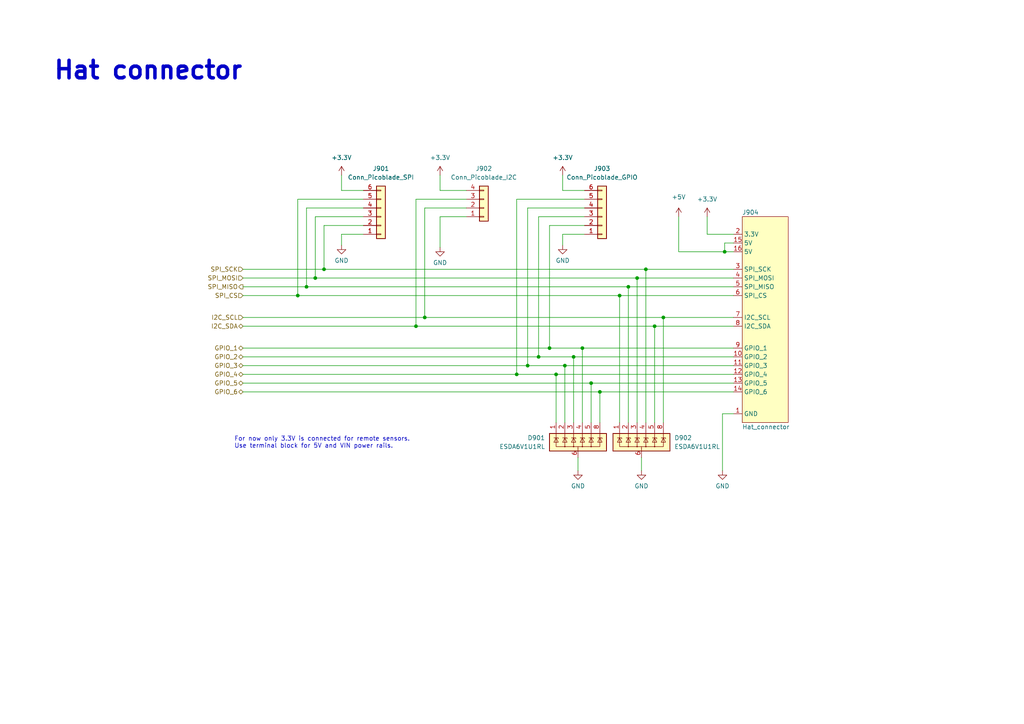
<source format=kicad_sch>
(kicad_sch (version 20211123) (generator eeschema)
  (paper "A4")
  (title_block (title "Hat Connector") (company "EPFL Xplore") (comment 2 "Author: Vincent Nguyen"))
  (lib_symbols
    (symbol "0_connectors:Hat_connector"
      (property "Reference" "J" (at -6.35 -26.035 0))
      (property "Value" "Hat_connector" (at -6.985 36.195 0))
      (symbol "Hat_connector_0_0"
        (pin power_in line (at -9.525 -22.225 0) (length 2.54) (name "GND") (number "1"))
        (pin bidirectional line (at -9.525 -5.715 0) (length 2.54) (name "GPIO_2") (number "10"))
        (pin bidirectional line (at -9.525 -8.255 0) (length 2.54) (name "GPIO_3") (number "11"))
        (pin bidirectional line (at -9.525 -10.795 0) (length 2.54) (name "GPIO_4") (number "12"))
        (pin bidirectional line (at -9.525 -13.335 0) (length 2.54) (name "GPIO_5") (number "13"))
        (pin bidirectional line (at -9.525 -15.875 0) (length 2.54) (name "GPIO_6") (number "14"))
        (pin power_in line (at -9.525 27.305 0) (length 2.54) (name "5V") (number "15"))
        (pin power_in line (at -9.525 24.765 0) (length 2.54) (name "5V") (number "16"))
        (pin power_in line (at -9.525 29.845 0) (length 2.54) (name "3.3V") (number "2"))
        (pin output line (at -9.525 19.685 0) (length 2.54) (name "SPI_SCK") (number "3"))
        (pin output line (at -9.525 17.145 0) (length 2.54) (name "SPI_MOSI") (number "4"))
        (pin input line (at -9.525 14.605 0) (length 2.54) (name "SPI_MISO") (number "5"))
        (pin output line (at -9.525 12.065 0) (length 2.54) (name "SPI_CS") (number "6"))
        (pin output line (at -9.525 5.715 0) (length 2.54) (name "I2C_SCL") (number "7"))
        (pin bidirectional line (at -9.525 3.175 0) (length 2.54) (name "I2C_SDA") (number "8"))
        (pin bidirectional line (at -9.525 -3.175 0) (length 2.54) (name "GPIO_1") (number "9"))
      )
      (symbol "Hat_connector_0_1"
        (rectangle (start -6.985 34.925) (end 6.35 -24.765) (fill (type background)))
      )
    )
    (symbol "0_power_protection:ESDA6V1U1RL" (pin_names hide)
      (property "Reference" "D" (at 12.065 9.525 0))
      (property "Value" "ESDA6V1U1RL" (at 17.78 11.43 0))
      (symbol "ESDA6V1U1RL_0_0"
        (pin passive line (at 0 -5.08 90) (length 2.54) (name "GND") (number "6"))
        (pin passive line (at 0 -5.08 90) (length 2.54) hide (name "GND") (number "7"))
      )
      (symbol "ESDA6V1U1RL_0_1"
        (rectangle (start -8.255 1.905) (end 8.255 -3.175) (stroke (width 0.254)) (fill (type background)))
        (circle (center -3.81 -1.905) (radius 0.127))
        (circle (center -1.27 -1.905) (radius 0.127))
        (polyline (pts (xy -3.81 2.54) (xy -3.81 -1.905)))
        (polyline (pts (xy -1.27 2.54) (xy -1.27 -1.905)))
        (polyline (pts (xy 0 -1.905) (xy 0 -2.54)))
        (polyline (pts (xy 1.27 2.54) (xy 1.27 -1.905)))
        (polyline (pts (xy 3.81 2.54) (xy 3.81 -1.905)))
        (polyline (pts (xy -6.985 0.635) (xy -5.715 0.635) (xy -5.715 0.381)))
        (polyline (pts (xy -4.445 0.635) (xy -3.175 0.635) (xy -3.175 0.381)))
        (polyline (pts (xy -1.905 0.635) (xy -0.635 0.635) (xy -0.635 0.381)))
        (polyline (pts (xy 0.635 0.635) (xy 1.905 0.635) (xy 1.905 0.381)))
        (polyline (pts (xy 3.175 0.635) (xy 4.445 0.635) (xy 4.445 0.381)))
        (polyline (pts (xy 5.715 0.635) (xy 6.985 0.635) (xy 6.985 0.381)))
        (polyline (pts (xy -6.985 -0.635) (xy -5.715 -0.635) (xy -6.35 0.635) (xy -6.985 -0.635)))
        (polyline (pts (xy -6.35 2.54) (xy -6.35 -1.905) (xy 6.35 -1.905) (xy 6.35 2.54)))
        (polyline (pts (xy -4.445 -0.635) (xy -3.175 -0.635) (xy -3.81 0.635) (xy -4.445 -0.635)))
        (polyline (pts (xy -1.905 -0.635) (xy -0.635 -0.635) (xy -1.27 0.635) (xy -1.905 -0.635)))
        (polyline (pts (xy 0.635 -0.635) (xy 1.905 -0.635) (xy 1.27 0.635) (xy 0.635 -0.635)))
        (polyline (pts (xy 3.175 -0.635) (xy 4.445 -0.635) (xy 3.81 0.635) (xy 3.175 -0.635)))
        (polyline (pts (xy 5.715 -0.635) (xy 6.985 -0.635) (xy 6.35 0.635) (xy 5.715 -0.635)))
        (circle (center 1.27 -1.905) (radius 0.127))
        (circle (center 3.81 -1.905) (radius 0.127))
      )
      (symbol "ESDA6V1U1RL_1_1"
        (pin passive line (at -6.35 5.08 270) (length 2.54) (name "IO1") (number "1"))
        (pin passive line (at -3.81 5.08 270) (length 2.54) (name "IO2") (number "2"))
        (pin passive line (at -1.27 5.08 270) (length 2.54) (name "IO3") (number "3"))
        (pin passive line (at 1.27 5.08 270) (length 2.54) (name "IO4") (number "4"))
        (pin passive line (at 3.81 5.08 270) (length 2.54) (name "IO5") (number "5"))
        (pin passive line (at 6.35 5.08 270) (length 2.54) (name "IO6") (number "8"))
      )
    )
    (symbol "Connector_Generic:Conn_01x04" (pin_names (offset 1.016) hide)
      (property "Reference" "J" (at 0 5.08 0))
      (property "Value" "Conn_01x04" (at 0 -7.62 0))
      (symbol "Conn_01x04_1_1"
        (rectangle (start -1.27 -4.953) (end 0 -5.207) (stroke (width 0.1524)))
        (rectangle (start -1.27 -2.413) (end 0 -2.667) (stroke (width 0.1524)))
        (rectangle (start -1.27 0.127) (end 0 -0.127) (stroke (width 0.1524)))
        (rectangle (start -1.27 2.667) (end 0 2.413) (stroke (width 0.1524)))
        (rectangle (start -1.27 3.81) (end 1.27 -6.35) (stroke (width 0.254)) (fill (type background)))
        (pin passive line (at -5.08 2.54 0) (length 3.81) (name "Pin_1") (number "1"))
        (pin passive line (at -5.08 0 0) (length 3.81) (name "Pin_2") (number "2"))
        (pin passive line (at -5.08 -2.54 0) (length 3.81) (name "Pin_3") (number "3"))
        (pin passive line (at -5.08 -5.08 0) (length 3.81) (name "Pin_4") (number "4"))
      )
    )
    (symbol "Connector_Generic:Conn_01x06" (pin_names (offset 1.016) hide)
      (property "Reference" "J" (at 0 7.62 0))
      (property "Value" "Conn_01x06" (at 0 -10.16 0))
      (symbol "Conn_01x06_1_1"
        (rectangle (start -1.27 -7.493) (end 0 -7.747) (stroke (width 0.1524)))
        (rectangle (start -1.27 -4.953) (end 0 -5.207) (stroke (width 0.1524)))
        (rectangle (start -1.27 -2.413) (end 0 -2.667) (stroke (width 0.1524)))
        (rectangle (start -1.27 0.127) (end 0 -0.127) (stroke (width 0.1524)))
        (rectangle (start -1.27 2.667) (end 0 2.413) (stroke (width 0.1524)))
        (rectangle (start -1.27 5.207) (end 0 4.953) (stroke (width 0.1524)))
        (rectangle (start -1.27 6.35) (end 1.27 -8.89) (stroke (width 0.254)) (fill (type background)))
        (pin passive line (at -5.08 5.08 0) (length 3.81) (name "Pin_1") (number "1"))
        (pin passive line (at -5.08 2.54 0) (length 3.81) (name "Pin_2") (number "2"))
        (pin passive line (at -5.08 0 0) (length 3.81) (name "Pin_3") (number "3"))
        (pin passive line (at -5.08 -2.54 0) (length 3.81) (name "Pin_4") (number "4"))
        (pin passive line (at -5.08 -5.08 0) (length 3.81) (name "Pin_5") (number "5"))
        (pin passive line (at -5.08 -7.62 0) (length 3.81) (name "Pin_6") (number "6"))
      )
    )
    (symbol "power:+3.3V" (power) (pin_names (offset 0))
      (property "Value" "+3.3V" (at 0 3.556 0))
      (symbol "+3.3V_0_1"
        (polyline (pts (xy -0.762 1.27) (xy 0 2.54)))
        (polyline (pts (xy 0 0) (xy 0 2.54)))
        (polyline (pts (xy 0 2.54) (xy 0.762 1.27)))
      )
      (symbol "+3.3V_1_1"
        (pin power_in line (at 0 0 90) (length 0) hide (name "+3.3V") (number "1"))
      )
    )
    (symbol "power:+5V" (power) (pin_names (offset 0))
      (property "Value" "+5V" (at 0 3.556 0))
      (symbol "+5V_0_1"
        (polyline (pts (xy -0.762 1.27) (xy 0 2.54)))
        (polyline (pts (xy 0 0) (xy 0 2.54)))
        (polyline (pts (xy 0 2.54) (xy 0.762 1.27)))
      )
      (symbol "+5V_1_1"
        (pin power_in line (at 0 0 90) (length 0) hide (name "+5V") (number "1"))
      )
    )
    (symbol "power:GND" (power) (pin_names (offset 0))
      (property "Value" "GND" (at 0 -3.81 0))
      (symbol "GND_0_1"
        (polyline (pts (xy 0 0) (xy 0 -1.27) (xy 1.27 -1.27) (xy 0 -2.54) (xy -1.27 -1.27) (xy 0 -1.27)))
      )
      (symbol "GND_1_1"
        (pin power_in line (at 0 0 270) (length 0) hide (name "GND") (number "1"))
      )
    )
  )
  (junction (at 161.29 108.585))
  (junction (at 210.185 73.025))
  (junction (at 120.65 94.615))
  (junction (at 86.36 85.725))
  (junction (at 192.405 92.075))
  (junction (at 182.245 83.185))
  (junction (at 171.45 111.125))
  (junction (at 153.035 106.045))
  (junction (at 88.9 83.185))
  (junction (at 168.91 100.965))
  (junction (at 166.37 103.505))
  (junction (at 91.44 80.645))
  (junction (at 163.83 106.045))
  (junction (at 187.325 78.105))
  (junction (at 179.705 85.725))
  (junction (at 184.785 80.645))
  (junction (at 123.19 92.075))
  (junction (at 149.86 108.585))
  (junction (at 189.865 94.615))
  (junction (at 173.99 113.665))
  (junction (at 93.98 78.105))
  (junction (at 156.21 103.505))
  (junction (at 159.385 100.965))
  (wire (pts (xy 149.86 57.785) (xy 149.86 108.585)))
  (wire (pts (xy 70.485 94.615) (xy 120.65 94.615)))
  (wire (pts (xy 93.98 65.405) (xy 93.98 78.105)))
  (wire (pts (xy 70.485 106.045) (xy 153.035 106.045)))
  (wire (pts (xy 127.635 71.755) (xy 127.635 62.865)))
  (wire (pts (xy 171.45 111.125) (xy 171.45 122.555)))
  (wire (pts (xy 163.195 50.8) (xy 163.195 55.245)))
  (wire (pts (xy 86.36 85.725) (xy 179.705 85.725)))
  (wire (pts (xy 93.98 78.105) (xy 187.325 78.105)))
  (wire (pts (xy 70.485 103.505) (xy 156.21 103.505)))
  (wire (pts (xy 192.405 92.075) (xy 192.405 122.555)))
  (wire (pts (xy 212.725 73.025) (xy 210.185 73.025)))
  (wire (pts (xy 209.55 120.015) (xy 212.725 120.015)))
  (wire (pts (xy 99.06 50.8) (xy 99.06 55.245)))
  (wire (pts (xy 173.99 113.665) (xy 173.99 122.555)))
  (wire (pts (xy 70.485 85.725) (xy 86.36 85.725)))
  (wire (pts (xy 169.545 62.865) (xy 156.21 62.865)))
  (wire (pts (xy 182.245 83.185) (xy 182.245 122.555)))
  (wire (pts (xy 163.195 71.12) (xy 163.195 67.945)))
  (wire (pts (xy 91.44 62.865) (xy 91.44 80.645)))
  (wire (pts (xy 205.105 67.945) (xy 212.725 67.945)))
  (wire (pts (xy 70.485 78.105) (xy 93.98 78.105)))
  (wire (pts (xy 156.21 62.865) (xy 156.21 103.505)))
  (wire (pts (xy 173.99 113.665) (xy 212.725 113.665)))
  (wire (pts (xy 120.65 94.615) (xy 189.865 94.615)))
  (wire (pts (xy 210.185 70.485) (xy 212.725 70.485)))
  (wire (pts (xy 179.705 85.725) (xy 179.705 122.555)))
  (wire (pts (xy 166.37 103.505) (xy 166.37 122.555)))
  (wire (pts (xy 210.185 73.025) (xy 210.185 70.485)))
  (wire (pts (xy 167.64 132.715) (xy 167.64 136.525)))
  (wire (pts (xy 184.785 80.645) (xy 184.785 122.555)))
  (wire (pts (xy 70.485 80.645) (xy 91.44 80.645)))
  (wire (pts (xy 192.405 92.075) (xy 212.725 92.075)))
  (wire (pts (xy 209.55 136.525) (xy 209.55 120.015)))
  (wire (pts (xy 163.195 55.245) (xy 169.545 55.245)))
  (wire (pts (xy 153.035 60.325) (xy 153.035 106.045)))
  (wire (pts (xy 88.9 60.325) (xy 88.9 83.185)))
  (wire (pts (xy 189.865 94.615) (xy 212.725 94.615)))
  (wire (pts (xy 70.485 113.665) (xy 173.99 113.665)))
  (wire (pts (xy 70.485 100.965) (xy 159.385 100.965)))
  (wire (pts (xy 196.85 73.025) (xy 210.185 73.025)))
  (wire (pts (xy 182.245 83.185) (xy 212.725 83.185)))
  (wire (pts (xy 70.485 108.585) (xy 149.86 108.585)))
  (wire (pts (xy 70.485 92.075) (xy 123.19 92.075)))
  (wire (pts (xy 149.86 108.585) (xy 161.29 108.585)))
  (wire (pts (xy 123.19 92.075) (xy 192.405 92.075)))
  (wire (pts (xy 105.41 57.785) (xy 86.36 57.785)))
  (wire (pts (xy 184.785 80.645) (xy 212.725 80.645)))
  (wire (pts (xy 161.29 108.585) (xy 161.29 122.555)))
  (wire (pts (xy 105.41 60.325) (xy 88.9 60.325)))
  (wire (pts (xy 153.035 106.045) (xy 163.83 106.045)))
  (wire (pts (xy 120.65 57.785) (xy 120.65 94.615)))
  (wire (pts (xy 105.41 65.405) (xy 93.98 65.405)))
  (wire (pts (xy 196.85 62.865) (xy 196.85 73.025)))
  (wire (pts (xy 163.83 106.045) (xy 212.725 106.045)))
  (wire (pts (xy 161.29 108.585) (xy 212.725 108.585)))
  (wire (pts (xy 163.195 67.945) (xy 169.545 67.945)))
  (wire (pts (xy 135.255 57.785) (xy 120.65 57.785)))
  (wire (pts (xy 169.545 57.785) (xy 149.86 57.785)))
  (wire (pts (xy 187.325 78.105) (xy 212.725 78.105)))
  (wire (pts (xy 99.06 55.245) (xy 105.41 55.245)))
  (wire (pts (xy 135.255 60.325) (xy 123.19 60.325)))
  (wire (pts (xy 86.36 57.785) (xy 86.36 85.725)))
  (wire (pts (xy 70.485 111.125) (xy 171.45 111.125)))
  (wire (pts (xy 186.055 132.715) (xy 186.055 136.525)))
  (wire (pts (xy 179.705 85.725) (xy 212.725 85.725)))
  (wire (pts (xy 105.41 62.865) (xy 91.44 62.865)))
  (wire (pts (xy 91.44 80.645) (xy 184.785 80.645)))
  (wire (pts (xy 168.91 100.965) (xy 212.725 100.965)))
  (wire (pts (xy 169.545 60.325) (xy 153.035 60.325)))
  (wire (pts (xy 70.485 83.185) (xy 88.9 83.185)))
  (wire (pts (xy 163.83 106.045) (xy 163.83 122.555)))
  (wire (pts (xy 169.545 65.405) (xy 159.385 65.405)))
  (wire (pts (xy 88.9 83.185) (xy 182.245 83.185)))
  (wire (pts (xy 159.385 100.965) (xy 168.91 100.965)))
  (wire (pts (xy 159.385 65.405) (xy 159.385 100.965)))
  (wire (pts (xy 127.635 62.865) (xy 135.255 62.865)))
  (wire (pts (xy 205.105 62.865) (xy 205.105 67.945)))
  (wire (pts (xy 156.21 103.505) (xy 166.37 103.505)))
  (wire (pts (xy 123.19 60.325) (xy 123.19 92.075)))
  (wire (pts (xy 127.635 50.8) (xy 127.635 55.245)))
  (wire (pts (xy 171.45 111.125) (xy 212.725 111.125)))
  (wire (pts (xy 187.325 78.105) (xy 187.325 122.555)))
  (wire (pts (xy 166.37 103.505) (xy 212.725 103.505)))
  (wire (pts (xy 189.865 94.615) (xy 189.865 122.555)))
  (wire (pts (xy 99.06 67.945) (xy 105.41 67.945)))
  (wire (pts (xy 168.91 100.965) (xy 168.91 122.555)))
  (wire (pts (xy 127.635 55.245) (xy 135.255 55.245)))
  (wire (pts (xy 99.06 71.12) (xy 99.06 67.945)))
  (text "Hat connector" (at 15.24 23.495 0) (effects (font (size 5.08 5.08) bold) (justify left bottom)))
  (text "For now only 3.3V is connected for remote sensors.\nUse terminal block for 5V and VIN power rails." (at 67.945 130.175 0) (effects (font (size 1.27 1.27)) (justify left bottom)))
  (hierarchical_label "SPI_SCK" (shape input) (at 70.485 78.105 180))
  (hierarchical_label "GPIO_6" (shape bidirectional) (at 70.485 113.665 180))
  (hierarchical_label "GPIO_5" (shape bidirectional) (at 70.485 111.125 180))
  (hierarchical_label "SPI_MOSI" (shape input) (at 70.485 80.645 180))
  (hierarchical_label "I2C_SCL" (shape input) (at 70.485 92.075 180))
  (hierarchical_label "GPIO_4" (shape bidirectional) (at 70.485 108.585 180))
  (hierarchical_label "GPIO_2" (shape bidirectional) (at 70.485 103.505 180))
  (hierarchical_label "I2C_SDA" (shape bidirectional) (at 70.485 94.615 180))
  (hierarchical_label "GPIO_1" (shape bidirectional) (at 70.485 100.965 180))
  (hierarchical_label "SPI_CS" (shape input) (at 70.485 85.725 180))
  (hierarchical_label "SPI_MISO" (shape output) (at 70.485 83.185 180))
  (hierarchical_label "GPIO_3" (shape bidirectional) (at 70.485 106.045 180))
  (symbol (lib_id "power:GND") (at 127.635 71.755 0) (unit 1)
    (property "Reference" "#PWR0904" (effects hide))
    (property "Value" "GND" (at 127.635 76.2 0))
  )
  (symbol (lib_id "0_connectors:Hat_connector") (at 222.25 97.79 0) (unit 1)
    (property "Reference" "J904" (at 215.265 61.595 0) (effects (justify left)))
    (property "Value" "Hat_connector" (at 215.265 123.825 0) (effects (justify left)))
    (property "Footprint" "0_connectors:Hat_connector" (effects hide))
  )
  (symbol (lib_id "0_power_protection:ESDA6V1U1RL") (at 167.64 127.635 0) (unit 1)
    (property "Reference" "D901" (at 158.115 127 0) (effects (justify right)))
    (property "Value" "ESDA6V1U1RL" (at 158.115 129.54 0) (effects (justify right)))
    (property "Footprint" "Package_SO:SOIC-8_3.9x4.9mm_P1.27mm" (effects hide))
    (property "Datasheet" "https://www.st.com/content/ccc/resource/technical/document/datasheet/80/9f/66/3a/18/37/40/81/CD00000840.pdf/files/CD00000840.pdf/jcr:content/translations/en.CD00000840.pdf" (effects hide))
    (property "Manufacturer ref" "ESDALC6V1W5" (effects hide))
    (property "Digikey ref" "497-7231-1-ND" (effects hide))
  )
  (symbol (lib_id "power:+3.3V") (at 127.635 50.8 0) (unit 1)
    (property "Reference" "#PWR0903" (effects hide))
    (property "Value" "+3.3V" (at 127.635 45.72 0))
  )
  (symbol (lib_id "Connector_Generic:Conn_01x06") (at 110.49 62.865 0) (mirror x) (unit 1)
    (property "Reference" "J901" (at 110.49 48.895 0))
    (property "Value" "Conn_Picoblade_SPI" (at 110.49 51.435 0))
    (property "Footprint" "0_connectors:Molex_PicoBlade_53047-0610_1x06_P1.25mm_Vertical" (effects hide))
    (property "Datasheet" "https://www.molex.com/pdm_docs/sd/530470610_sd.pdf" (effects hide))
    (property "Manufacturer ref" "0530470610" (effects hide))
    (property "Digikey ref" "WM1735-ND" (effects hide))
  )
  (symbol (lib_id "power:GND") (at 209.55 136.525 0) (unit 1)
    (property "Reference" "#PWR0912" (effects hide))
    (property "Value" "GND" (at 209.55 140.97 0))
  )
  (symbol (lib_id "0_power_protection:ESDA6V1U1RL") (at 186.055 127.635 0) (unit 1)
    (property "Reference" "D902" (at 195.58 127 0) (effects (justify left)))
    (property "Value" "ESDA6V1U1RL" (at 195.58 129.54 0) (effects (justify left)))
    (property "Footprint" "Package_SO:SOIC-8_3.9x4.9mm_P1.27mm" (effects hide))
    (property "Datasheet" "https://www.st.com/content/ccc/resource/technical/document/datasheet/80/9f/66/3a/18/37/40/81/CD00000840.pdf/files/CD00000840.pdf/jcr:content/translations/en.CD00000840.pdf" (effects hide))
    (property "Manufacturer ref" "ESDALC6V1W5" (effects hide))
    (property "Digikey ref" "497-7231-1-ND" (effects hide))
  )
  (symbol (lib_id "power:GND") (at 99.06 71.12 0) (unit 1)
    (property "Reference" "#PWR0902" (effects hide))
    (property "Value" "GND" (at 99.06 75.565 0))
  )
  (symbol (lib_id "Connector_Generic:Conn_01x04") (at 140.335 60.325 0) (mirror x) (unit 1)
    (property "Reference" "J902" (at 140.335 48.895 0))
    (property "Value" "Conn_Picoblade_I2C" (at 140.335 51.435 0))
    (property "Footprint" "0_connectors:Molex_PicoBlade_53047-0410_1x04_P1.25mm_Vertical" (effects hide))
    (property "Datasheet" "https://www.molex.com/pdm_docs/sd/530470410_sd.pdf" (effects hide))
    (property "Manufacturer ref" "0530470410" (effects hide))
    (property "Digikey ref" "WM1733-ND" (effects hide))
  )
  (symbol (lib_id "power:+3.3V") (at 99.06 50.8 0) (unit 1)
    (property "Reference" "#PWR0901" (effects hide))
    (property "Value" "+3.3V" (at 99.06 45.72 0))
  )
  (symbol (lib_id "power:+5V") (at 196.85 62.865 0) (unit 1)
    (property "Reference" "#PWR0910" (effects hide))
    (property "Value" "+5V" (at 196.85 57.15 0))
  )
  (symbol (lib_id "power:GND") (at 167.64 136.525 0) (unit 1)
    (property "Reference" "#PWR0907" (effects hide))
    (property "Value" "GND" (at 167.64 140.97 0))
  )
  (symbol (lib_id "Connector_Generic:Conn_01x06") (at 174.625 62.865 0) (mirror x) (unit 1)
    (property "Reference" "J903" (at 174.625 48.895 0))
    (property "Value" "Conn_Picoblade_GPIO" (at 174.625 51.435 0))
    (property "Footprint" "0_connectors:Molex_PicoBlade_53047-0610_1x06_P1.25mm_Vertical" (effects hide))
    (property "Datasheet" "https://www.molex.com/pdm_docs/sd/530470610_sd.pdf" (effects hide))
    (property "Manufacturer ref" "0530470610" (effects hide))
    (property "Digikey ref" "WM1735-ND" (effects hide))
  )
  (symbol (lib_id "power:GND") (at 163.195 71.12 0) (unit 1)
    (property "Reference" "#PWR0906" (effects hide))
    (property "Value" "GND" (at 163.195 75.565 0))
  )
  (symbol (lib_id "power:+3.3V") (at 205.105 62.865 0) (unit 1)
    (property "Reference" "#PWR0911" (effects hide))
    (property "Value" "+3.3V" (at 205.105 57.785 0))
  )
  (symbol (lib_id "power:GND") (at 186.055 136.525 0) (unit 1)
    (property "Reference" "#PWR0908" (effects hide))
    (property "Value" "GND" (at 186.055 140.97 0))
  )
  (symbol (lib_id "power:+3.3V") (at 163.195 50.8 0) (unit 1)
    (property "Reference" "#PWR0905" (effects hide))
    (property "Value" "+3.3V" (at 163.195 45.72 0))
  )
)
</source>
